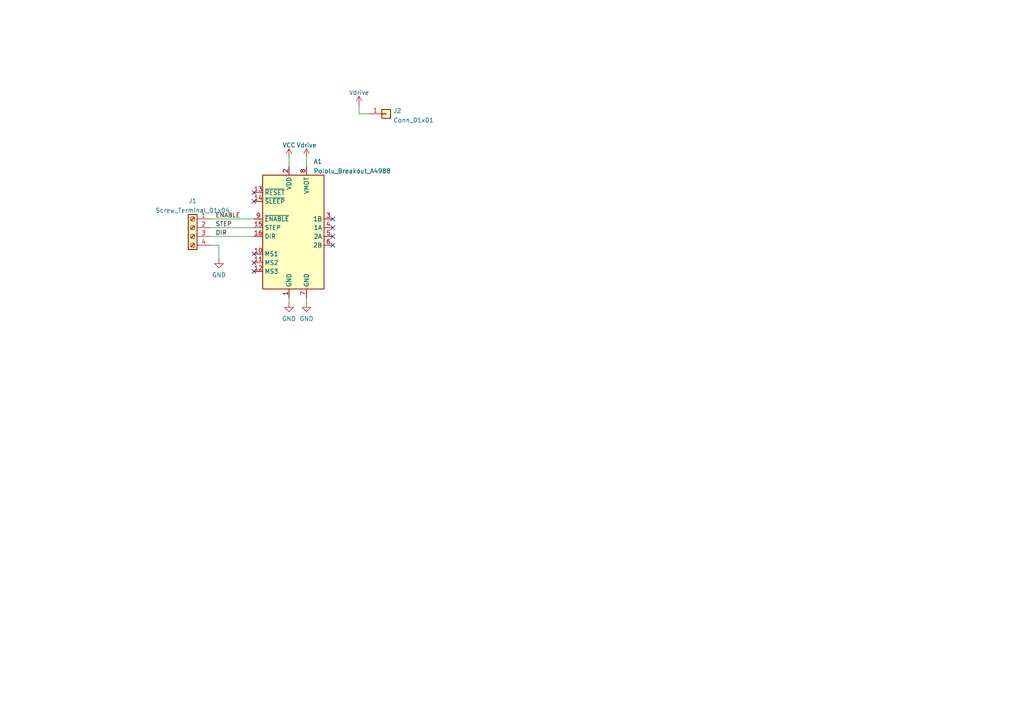
<source format=kicad_sch>
(kicad_sch (version 20211123) (generator eeschema)
  (paper "A4")
  (lib_symbols
    (symbol "Connector:Screw_Terminal_01x04" (pin_names (offset 1.016) hide)
      (property "Reference" "J" (at 0 5.08 0))
      (property "Value" "Screw_Terminal_01x04" (at 0 -7.62 0))
      (symbol "Screw_Terminal_01x04_1_1"
        (rectangle (start -1.27 3.81) (end 1.27 -6.35) (stroke (width 0.254)) (fill (type background)))
        (circle (center 0 -5.08) (radius 0.635) (stroke (width 0.1524)))
        (circle (center 0 -2.54) (radius 0.635) (stroke (width 0.1524)))
        (polyline (pts (xy -0.5334 -4.7498) (xy 0.3302 -5.588)) (stroke (width 0.1524)))
        (polyline (pts (xy -0.5334 -2.2098) (xy 0.3302 -3.048)) (stroke (width 0.1524)))
        (polyline (pts (xy -0.5334 0.3302) (xy 0.3302 -0.508)) (stroke (width 0.1524)))
        (polyline (pts (xy -0.5334 2.8702) (xy 0.3302 2.032)) (stroke (width 0.1524)))
        (polyline (pts (xy -0.3556 -4.572) (xy 0.508 -5.4102)) (stroke (width 0.1524)))
        (polyline (pts (xy -0.3556 -2.032) (xy 0.508 -2.8702)) (stroke (width 0.1524)))
        (polyline (pts (xy -0.3556 0.508) (xy 0.508 -0.3302)) (stroke (width 0.1524)))
        (polyline (pts (xy -0.3556 3.048) (xy 0.508 2.2098)) (stroke (width 0.1524)))
        (circle (center 0 0) (radius 0.635) (stroke (width 0.1524)))
        (circle (center 0 2.54) (radius 0.635) (stroke (width 0.1524)))
        (pin passive line (at -5.08 2.54 0) (length 3.81) (name "Pin_1") (number "1"))
        (pin passive line (at -5.08 0 0) (length 3.81) (name "Pin_2") (number "2"))
        (pin passive line (at -5.08 -2.54 0) (length 3.81) (name "Pin_3") (number "3"))
        (pin passive line (at -5.08 -5.08 0) (length 3.81) (name "Pin_4") (number "4"))
      )
    )
    (symbol "Connector_Generic:Conn_01x01" (pin_names (offset 1.016) hide)
      (property "Reference" "J" (at 0 2.54 0))
      (property "Value" "Conn_01x01" (at 0 -2.54 0))
      (symbol "Conn_01x01_1_1"
        (rectangle (start -1.27 0.127) (end 0 -0.127) (stroke (width 0.1524)))
        (rectangle (start -1.27 1.27) (end 1.27 -1.27) (stroke (width 0.254)) (fill (type background)))
        (pin passive line (at -5.08 0 0) (length 3.81) (name "Pin_1") (number "1"))
      )
    )
    (symbol "Driver_Motor:Pololu_Breakout_A4988"
      (property "Reference" "A" (at -2.54 19.05 0))
      (property "Value" "Pololu_Breakout_A4988" (at -2.54 16.51 0))
      (symbol "Pololu_Breakout_A4988_0_1"
        (rectangle (start 10.16 -17.78) (end -7.62 15.24) (stroke (width 0.254)) (fill (type background)))
      )
      (symbol "Pololu_Breakout_A4988_1_1"
        (pin power_in line (at 0 -20.32 90) (length 2.54) (name "GND") (number "1"))
        (pin input line (at -10.16 -7.62 0) (length 2.54) (name "MS1") (number "10"))
        (pin input line (at -10.16 -10.16 0) (length 2.54) (name "MS2") (number "11"))
        (pin input line (at -10.16 -12.7 0) (length 2.54) (name "MS3") (number "12"))
        (pin input line (at -10.16 10.16 0) (length 2.54) (name "~{RESET}") (number "13"))
        (pin input line (at -10.16 7.62 0) (length 2.54) (name "~{SLEEP}") (number "14"))
        (pin input line (at -10.16 0 0) (length 2.54) (name "STEP") (number "15"))
        (pin input line (at -10.16 -2.54 0) (length 2.54) (name "DIR") (number "16"))
        (pin power_in line (at 0 17.78 270) (length 2.54) (name "VDD") (number "2"))
        (pin output line (at 12.7 2.54 180) (length 2.54) (name "1B") (number "3"))
        (pin output line (at 12.7 0 180) (length 2.54) (name "1A") (number "4"))
        (pin output line (at 12.7 -2.54 180) (length 2.54) (name "2A") (number "5"))
        (pin output line (at 12.7 -5.08 180) (length 2.54) (name "2B") (number "6"))
        (pin power_in line (at 5.08 -20.32 90) (length 2.54) (name "GND") (number "7"))
        (pin power_in line (at 5.08 17.78 270) (length 2.54) (name "VMOT") (number "8"))
        (pin input line (at -10.16 2.54 0) (length 2.54) (name "~{ENABLE}") (number "9"))
      )
    )
    (symbol "power:GND" (power) (pin_names (offset 0))
      (property "Value" "GND" (at 0 -3.81 0))
      (symbol "GND_0_1"
        (polyline (pts (xy 0 0) (xy 0 -1.27) (xy 1.27 -1.27) (xy 0 -2.54) (xy -1.27 -1.27) (xy 0 -1.27)))
      )
      (symbol "GND_1_1"
        (pin power_in line (at 0 0 270) (length 0) hide (name "GND") (number "1"))
      )
    )
    (symbol "power:VCC" (power) (pin_names (offset 0))
      (property "Value" "VCC" (at 0 3.81 0))
      (symbol "VCC_0_1"
        (polyline (pts (xy -0.762 1.27) (xy 0 2.54)))
        (polyline (pts (xy 0 0) (xy 0 2.54)))
        (polyline (pts (xy 0 2.54) (xy 0.762 1.27)))
      )
      (symbol "VCC_1_1"
        (pin power_in line (at 0 0 90) (length 0) hide (name "VCC") (number "1"))
      )
    )
    (symbol "power:Vdrive" (power) (pin_names (offset 0))
      (property "Value" "Vdrive" (at 0 3.81 0))
      (symbol "Vdrive_0_1"
        (polyline (pts (xy -0.762 1.27) (xy 0 2.54)))
        (polyline (pts (xy 0 0) (xy 0 2.54)))
        (polyline (pts (xy 0 2.54) (xy 0.762 1.27)))
      )
      (symbol "Vdrive_1_1"
        (pin power_in line (at 0 0 90) (length 0) hide (name "Vdrive") (number "1"))
      )
    )
  )
  (no_connect (at 73.66 58.42))
  (no_connect (at 73.66 55.88))
  (no_connect (at 73.66 78.74))
  (no_connect (at 73.66 73.66))
  (no_connect (at 73.66 76.2))
  (no_connect (at 96.52 71.12))
  (no_connect (at 96.52 68.58))
  (no_connect (at 96.52 66.04))
  (no_connect (at 96.52 63.5))
  (wire (pts (xy 83.82 86.36) (xy 83.82 87.884)))
  (wire (pts (xy 83.82 45.72) (xy 83.82 48.26)))
  (wire (pts (xy 88.9 45.72) (xy 88.9 48.26)))
  (wire (pts (xy 60.96 68.58) (xy 73.66 68.58)))
  (wire (pts (xy 88.9 86.36) (xy 88.9 87.884)))
  (wire (pts (xy 63.5 71.12) (xy 63.5 75.184)))
  (wire (pts (xy 60.96 66.04) (xy 73.66 66.04)))
  (wire (pts (xy 104.14 33.02) (xy 106.934 33.02)))
  (wire (pts (xy 60.96 71.12) (xy 63.5 71.12)))
  (wire (pts (xy 104.14 30.48) (xy 104.14 33.02)))
  (wire (pts (xy 60.96 63.5) (xy 73.66 63.5)))
  (label "STEP" (at 62.484 66.04 0))
  (label "ENABLE" (at 62.484 63.5 0))
  (label "DIR" (at 62.484 68.58 0))
  (symbol (lib_id "Driver_Motor:Pololu_Breakout_A4988") (at 83.82 66.04 0) (unit 1)
    (property "Reference" "A1" (at 90.9194 46.8335 0) (effects (justify left)))
    (property "Value" "Pololu_Breakout_A4988" (at 90.9194 49.6086 0) (effects (justify left)))
    (property "Footprint" "Module:Pololu_Breakout-16_15.2x20.3mm" (effects hide))
    (property "Datasheet" "https://www.pololu.com/product/2980/pictures" (effects hide))
  )
  (symbol (lib_id "Connector:Screw_Terminal_01x04") (at 55.88 66.04 0) (mirror y) (unit 1)
    (property "Reference" "J1" (at 55.88 58.2635 0))
    (property "Value" "Screw_Terminal_01x04" (at 55.88 61.0386 0))
    (property "Footprint" "TerminalBlock_Phoenix:TerminalBlock_Phoenix_MKDS-1,5-4-5.08_1x04_P5.08mm_Horizontal" (effects hide))
  )
  (symbol (lib_id "power:Vdrive") (at 88.9 45.72 0) (unit 1)
    (property "Reference" "#PWR0104" (effects hide))
    (property "Value" "Vdrive" (at 88.9 42.1155 0))
  )
  (symbol (lib_id "power:VCC") (at 83.82 45.72 0) (unit 1)
    (property "Reference" "#PWR0103" (effects hide))
    (property "Value" "VCC" (at 83.82 42.1155 0))
  )
  (symbol (lib_id "Connector_Generic:Conn_01x01") (at 112.014 33.02 0) (unit 1)
    (property "Reference" "J2" (at 114.046 32.1115 0) (effects (justify left)))
    (property "Value" "Conn_01x01" (at 114.046 34.8866 0) (effects (justify left)))
    (property "Footprint" "Connector_PinHeader_2.54mm:PinHeader_1x01_P2.54mm_Vertical" (effects hide))
  )
  (symbol (lib_id "power:GND") (at 88.9 87.884 0) (unit 1)
    (property "Reference" "#PWR0102" (effects hide))
    (property "Value" "GND" (at 88.9 92.4465 0))
  )
  (symbol (lib_id "power:Vdrive") (at 104.14 30.48 0) (unit 1)
    (property "Reference" "#PWR02" (effects hide))
    (property "Value" "Vdrive" (at 104.14 26.8755 0))
  )
  (symbol (lib_id "power:GND") (at 63.5 75.184 0) (unit 1)
    (property "Reference" "#PWR01" (effects hide))
    (property "Value" "GND" (at 63.5 79.7465 0))
  )
  (symbol (lib_id "power:GND") (at 83.82 87.884 0) (unit 1)
    (property "Reference" "#PWR0101" (effects hide))
    (property "Value" "GND" (at 83.82 92.4465 0))
  )
)
</source>
